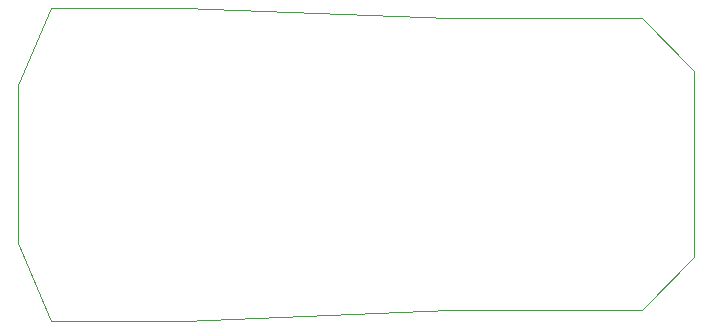
<source format=gbr>
G04 #@! TF.FileFunction,Profile,NP*
%FSLAX46Y46*%
G04 Gerber Fmt 4.6, Leading zero omitted, Abs format (unit mm)*
G04 Created by KiCad (PCBNEW 4.0.7-e2-6376~61~ubuntu18.04.1) date Tue Jul 31 19:09:39 2018*
%MOMM*%
%LPD*%
G01*
G04 APERTURE LIST*
%ADD10C,0.100000*%
G04 APERTURE END LIST*
D10*
X76200000Y-76200000D02*
X76200000Y-69519800D01*
X76200000Y-69519800D02*
X78994000Y-62966600D01*
X78994000Y-62966600D02*
X90322400Y-62966600D01*
X90322400Y-62966600D02*
X112725200Y-63855600D01*
X112725200Y-63855600D02*
X129082800Y-63855600D01*
X129082800Y-63855600D02*
X133451600Y-68326000D01*
X133451600Y-68326000D02*
X133451600Y-76200000D01*
X133451600Y-84074000D02*
X133451600Y-76200000D01*
X129082800Y-88544400D02*
X133451600Y-84074000D01*
X112725200Y-88544400D02*
X129082800Y-88544400D01*
X90322400Y-89433400D02*
X112725200Y-88544400D01*
X78994000Y-89433400D02*
X90322400Y-89433400D01*
X76200000Y-82880200D02*
X78994000Y-89433400D01*
X76200000Y-76200000D02*
X76200000Y-82880200D01*
M02*

</source>
